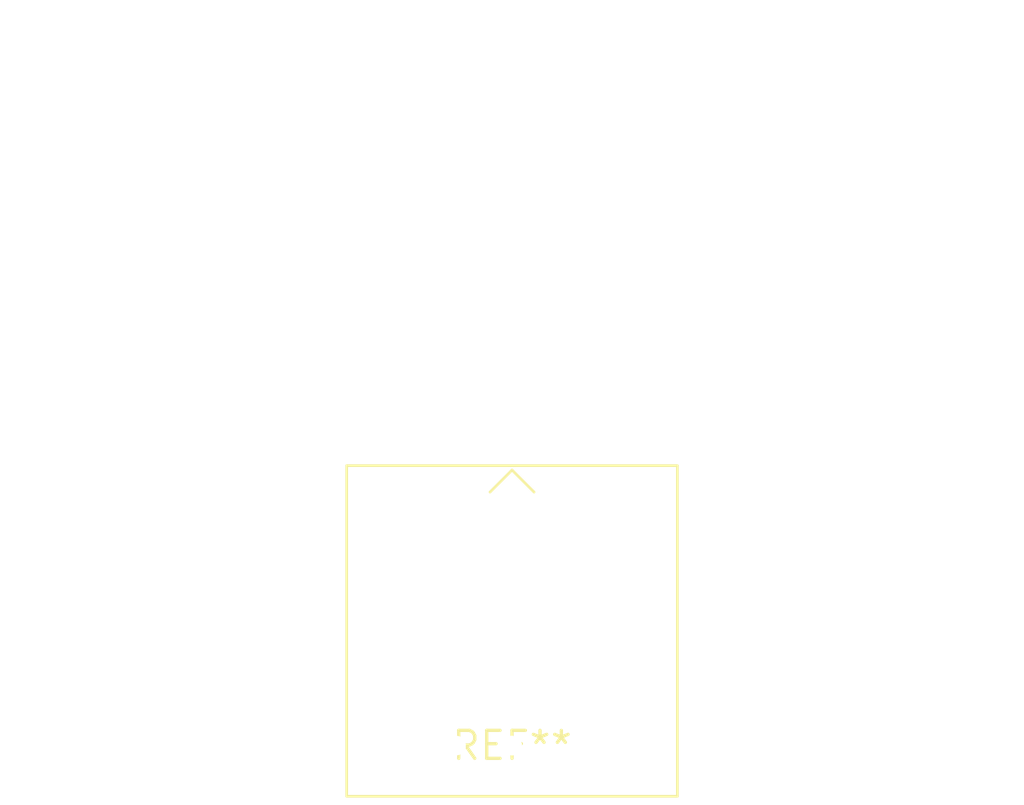
<source format=kicad_pcb>
(kicad_pcb (version 20240108) (generator pcbnew)
  (layers (0 "F.Cu" signal) (31 "B.Cu" signal) (34 "B.Paste" user) (35 "F.Paste" user) (36 "B.SilkS" user "B.Silkscreen") (37 "F.SilkS" user "F.Silkscreen") (38 "B.Mask" user) (39 "F.Mask" user) (44 "Edge.Cuts" user))
  (net 0 "")
  (footprint "BNC_Amphenol_B6252HB-NPP3G-50_Horizontal" (layer "F.Cu") (at 0 0)
    (property "Reference" "REF**")
    (property "Value" "BNC_Amphenol_B6252HB-NPP3G-50_Horizontal")
    (fp_line (start -7.5 -12.7) (end 7.5 -12.7) (layer "F.SilkS") (stroke (width 0.12)))
    (fp_line (start -7.5 2.3) (end -7.5 -12.7) (layer "F.SilkS") (stroke (width 0.12)))
    (fp_line (start 0 -12.5) (end -1 -11.5) (layer "F.SilkS") (stroke (width 0.12)))
    (fp_line (start 0 -12.5) (end 1 -11.5) (layer "F.SilkS") (stroke (width 0.12)))
    (fp_line (start 7.5 -12.7) (end 7.5 2.3) (layer "F.SilkS") (stroke (width 0.12)))
    (fp_line (start 7.5 2.3) (end -7.5 2.3) (layer "F.SilkS") (stroke (width 0.12)))
    (pad "1" thru_hole oval (at 0 0) (size 1.6 2.5) (drill 0.89) (layers *.Cu *.Mask) (remove_unused_layers))
    (pad "2" thru_hole oval (at -5.08 -5.08) (size 3.5 7) (drill 2.01) (layers *.Cu *.Mask) (remove_unused_layers))
    (pad "2" thru_hole oval (at -2.54 0) (size 1.6 2.5) (drill 0.89) (layers *.Cu *.Mask) (remove_unused_layers))
    (pad "2" thru_hole oval (at 5.08 -5.08) (size 3.5 7) (drill 2.01) (layers *.Cu *.Mask) (remove_unused_layers))
  )
)
</source>
